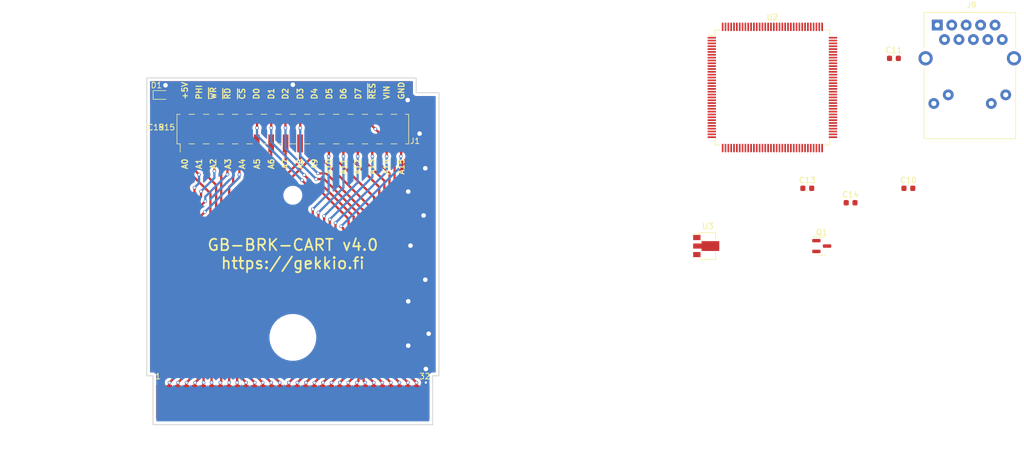
<source format=kicad_pcb>
(kicad_pcb (version 20211014) (generator pcbnew)
  (title_block (title "GB-BRK-CART") (rev "v4.0") (company "https://gekkio.fi"))
  (layers (0 "F.Cu" signal) (31 "B.Cu" signal) (34 "B.Paste" user) (35 "F.Paste" user) (36 "B.SilkS" user "B.Silkscreen") (37 "F.SilkS" user "F.Silkscreen") (38 "B.Mask" user) (39 "F.Mask" user) (44 "Edge.Cuts" user))
  (net 0 "")
  (net 1 "+5V")
  (net 2 "Net-(C10-Pad1)")
  (net 3 "Net-(D1-Pad2)")
  (net 4 "/A0")
  (net 5 "/PHI")
  (net 6 "/A1")
  (net 7 "/A2")
  (net 8 "/A3")
  (net 9 "/A4")
  (net 10 "/D0")
  (net 11 "/A5")
  (net 12 "/D1")
  (net 13 "/A6")
  (net 14 "/D2")
  (net 15 "/A7")
  (net 16 "/D3")
  (net 17 "/A8")
  (net 18 "/D4")
  (net 19 "/A9")
  (net 20 "/D5")
  (net 21 "/A10")
  (net 22 "/D6")
  (net 23 "/A11")
  (net 24 "/D7")
  (net 25 "/A12")
  (net 26 "/A13")
  (net 27 "VSSA")
  (net 28 "/A14")
  (net 29 "/A15")
  (net 30 "/~{RES}")
  (net 31 "/~{CS}")
  (net 32 "/~{RD}")
  (net 33 "/~{WR}")
  (net 34 "Net-(C11-Pad1)")
  (net 35 "3.3V")
  (net 36 "Net-(C14-Pad2)")
  (net 37 "VIN")
  (net 53 "SD-ON")
  (net 59 "VBAT")
  (net 63 "GB-D0")
  (net 64 "GB-D1")
  (net 65 "GB-D2")
  (net 66 "GB-D3")
  (net 67 "GB-D4")
  (net 68 "GB-D5")
  (net 69 "VDD")
  (net 82 "VDDA")
  (net 98 "GB-D6")
  (net 99 "GB-D7")
  (net 104 "GB-A4")
  (net 105 "GB-A5")
  (net 106 "GB-A6")
  (net 107 "GB-A7")
  (net 108 "GB-A8")
  (net 109 "GB-A9")
  (net 110 "GB-A10")
  (net 111 "GB-A11")
  (net 112 "GB-A12")
  (net 119 "GB-A13")
  (net 120 "GB-A14")
  (net 121 "GB-A15")
  (net 122 "PD11")
  (net 125 "GB-A0")
  (net 126 "GB-A1")
  (net 136 "SD-D0")
  (net 137 "SD-D1")
  (net 140 "USB_ID")
  (net 141 "USB_DM")
  (net 142 "USB_DP")
  (net 146 "SD-D2")
  (net 147 "SD-D3")
  (net 148 "SD-CK")
  (net 149 "GB-A2")
  (net 150 "GB-A3")
  (net 151 "SD-CMD")
  (footprint "Gekkio_MountingHole:MountingHole_7.2mm" (layer "F.Cu") (at 100 84.65)
    (fp_text reference "MK1" hide)
    (fp_text value "DNF" hide)
  )
  (footprint "Gekkio_MountingHole:MountingHole_2.3mm" (layer "F.Cu") (at 100 59.65)
    (fp_text reference "MK2" hide)
    (fp_text value "DNF" hide)
  )
  (footprint "Connector_PinHeader_2.54mm:PinHeader_2x16_P2.54mm_Vertical_SMD" (layer "F.Cu") (at 100 48 90)
    (fp_text reference "J1")
    (fp_text value "Conn_02x16_Odd_Even" hide)
  )
  (footprint "Resistor_SMD:R_0603_1608Metric" (layer "F.Cu") (at 77.8 45.2 90)
    (fp_text reference "R15")
    (fp_text value "3.3k")
  )
  (footprint "Gekkio_Connector_PCBEdge:GameBoy_Cartridge_1x32_P1.50mm_Edge" (layer "F.Cu") (at 100 96)
    (fp_text reference "J2" hide)
    (fp_text value "DNF" hide)
  )
  (footprint "Capacitor_SMD:C_0603_1608Metric" (layer "F.Cu") (at 75.9 45.2 90)
    (fp_text reference "C15")
    (fp_text value "0.1uF")
  )
  (footprint "LED_SMD:LED_0603_1608Metric" (layer "F.Cu") (at 76.9 42)
    (fp_text reference "D1")
    (fp_text value "LED_R")
  )
  (footprint "Capacitor_SMD:C_0603_1608Metric" (layer "F.Cu") (at 198.12 60.96)
    (fp_text reference "C14")
    (fp_text value "0.1uF")
  )
  (footprint "Package_TO_SOT_SMD:SOT-23" (layer "F.Cu") (at 193.04 68.58)
    (fp_text reference "Q1")
    (fp_text value "AO3401A")
  )
  (footprint "Capacitor_SMD:C_0603_1608Metric" (layer "F.Cu") (at 190.5 58.42)
    (fp_text reference "C13")
    (fp_text value "100nF")
  )
  (footprint "Connector_RJ:RJ45_UDE_RB1-125B8G1A" (layer "F.Cu") (at 213.37 29.71)
    (fp_text reference "J9")
    (fp_text value "RB1-125B8G1A")
  )
  (footprint "Capacitor_SMD:C_0603_1608Metric" (layer "F.Cu") (at 205.74 35.56)
    (fp_text reference "C11")
    (fp_text value "2.2uF")
  )
  (footprint "Capacitor_SMD:C_0603_1608Metric" (layer "F.Cu") (at 208.28 58.42)
    (fp_text reference "C10")
    (fp_text value "2.2uF")
  )
  (footprint "Package_TO_SOT_SMD:SOT-89-3" (layer "F.Cu") (at 172.72 68.58)
    (fp_text reference "U3")
    (fp_text value "HT75xx-1-SOT89")
  )
  (footprint "Package_QFP:LQFP-144_20x20mm_P0.5mm" (layer "F.Cu") (at 184.36 40.68)
    (fp_text reference "U2")
    (fp_text value "STM32F407ZGTx")
  )
  (gr_line (start 74.3 91.4) (end 74.3 39) (layer "Edge.Cuts") (width 0.15))
  (gr_line (start 125.7 91.4) (end 125.7 41.6) (layer "Edge.Cuts") (width 0.15))
  (gr_line (start 74.3 39) (end 121.7 39) (layer "Edge.Cuts") (width 0.15))
  (gr_line (start 75.4 100) (end 124.6 100) (layer "Edge.Cuts") (width 0.15))
  (gr_line (start 124.6 100) (end 124.6 91.4) (layer "Edge.Cuts") (width 0.15))
  (gr_line (start 121.7 39) (end 121.7 41.6) (layer "Edge.Cuts") (width 0.15))
  (gr_line (start 124.6 91.4) (end 125.7 91.4) (layer "Edge.Cuts") (width 0.15))
  (gr_line (start 125.7 41.6) (end 121.7 41.6) (layer "Edge.Cuts") (width 0.15))
  (gr_line (start 75.4 91.4) (end 74.3 91.4) (layer "Edge.Cuts") (width 0.15))
  (gr_line (start 75.4 100) (end 75.4 91.4) (layer "Edge.Cuts") (width 0.15))
  (gr_text "~{RD}" (at 88.5 42.9 90) (layer "F.SilkS") (effects (font (size 1 1) (thickness 0.2)) (justify left)))
  (gr_text "~{CS}" (at 91.1 42.9 90) (layer "F.SilkS") (effects (font (size 1 1) (thickness 0.2)) (justify left)))
  (gr_text "D0" (at 93.6 42.9 90) (layer "F.SilkS") (effects (font (size 1 1) (thickness 0.2)) (justify left)))
  (gr_text "D1" (at 96.2 42.9 90) (layer "F.SilkS") (effects (font (size 1 1) (thickness 0.2)) (justify left)))
  (gr_text "D2" (at 98.7 42.9 90) (layer "F.SilkS") (effects (font (size 1 1) (thickness 0.2)) (justify left)))
  (gr_text "D3" (at 101.3 42.9 90) (layer "F.SilkS") (effects (font (size 1 1) (thickness 0.2)) (justify left)))
  (gr_text "D4" (at 103.8 42.9 90) (layer "F.SilkS") (effects (font (size 1 1) (thickness 0.2)) (justify left)))
  (gr_text "D5" (at 106.4 42.9 90) (layer "F.SilkS") (effects (font (size 1 1) (thickness 0.2)) (justify left)))
  (gr_text "D6" (at 108.9 42.9 90) (layer "F.SilkS") (effects (font (size 1 1) (thickness 0.2)) (justify left)))
  (gr_text "D7" (at 111.5 42.9 90) (layer "F.SilkS") (effects (font (size 1 1) (thickness 0.2)) (justify left)))
  (gr_text "~{RES}" (at 114 42.9 90) (layer "F.SilkS") (effects (font (size 1 1) (thickness 0.2)) (justify left)))
  (gr_text "VIN" (at 116.5 42.9 90) (layer "F.SilkS") (effects (font (size 1 1) (thickness 0.2)) (justify left)))
  (gr_text "GB-BRK-CART v4.0\nhttps://gekkio.fi" (at 100 70) (layer "F.SilkS") (effects (font (size 2 2) (thickness 0.3))))
  (gr_text "GND" (at 119.1 42.9 90) (layer "F.SilkS") (effects (font (size 1 1) (thickness 0.2)) (justify left)))
  (gr_text "A8" (at 101.3 53.1 90) (layer "F.SilkS") (effects (font (size 1 1) (thickness 0.2)) (justify right)))
  (gr_text "A6" (at 96.2 53.1 90) (layer "F.SilkS") (effects (font (size 1 1) (thickness 0.2)) (justify right)))
  (gr_text "A12" (at 111.4 53.1 90) (layer "F.SilkS") (effects (font (size 1 1) (thickness 0.2)) (justify right)))
  (gr_text "+5V" (at 81 42.9 90) (layer "F.SilkS") (effects (font (size 1 1) (thickness 0.2)) (justify left)))
  (gr_text "A13" (at 114 53.1 90) (layer "F.SilkS") (effects (font (size 1 1) (thickness 0.2)) (justify right)))
  (gr_text "A10" (at 106.3 53.1 90) (layer "F.SilkS") (effects (font (size 1 1) (thickness 0.2)) (justify right)))
  (gr_text "A14" (at 116.5 53.1 90) (layer "F.SilkS") (effects (font (size 1 1) (thickness 0.2)) (justify right)))
  (gr_text "~{WR}" (at 86 42.9 90) (layer "F.SilkS") (effects (font (size 1 1) (thickness 0.2)) (justify left)))
  (gr_text "A9" (at 103.8 53.1 90) (layer "F.SilkS") (effects (font (size 1 1) (thickness 0.2)) (justify right)))
  (gr_text "A2" (at 86 53.1 90) (layer "F.SilkS") (effects (font (size 1 1) (thickness 0.2)) (justify right)))
  (gr_text "A11" (at 108.9 53.1 90) (layer "F.SilkS") (effects (font (size 1 1) (thickness 0.2)) (justify right)))
  (gr_text "A0" (at 81 53.1 90) (layer "F.SilkS") (effects (font (size 1 1) (thickness 0.2)) (justify right)))
  (gr_text "A7" (at 98.7 53.1 90) (layer "F.SilkS") (effects (font (size 1 1) (thickness 0.2)) (justify right)))
  (gr_text "A4" (at 91.1 53.1 90) (layer "F.SilkS") (effects (font (size 1 1) (thickness 0.2)) (justify right)))
  (gr_text "A1" (at 83.5 53.1 90) (layer "F.SilkS") (effects (font (size 1 1) (thickness 0.2)) (justify right)))
  (gr_text "PHI" (at 83.5 42.9 90) (layer "F.SilkS") (effects (font (size 1 1) (thickness 0.2)) (justify left)))
  (gr_text "A15" (at 119.1 53.1 90) (layer "F.SilkS") (effects (font (size 1 1) (thickness 0.2)) (justify right)))
  (gr_text "A3" (at 88.6 53.1 90) (layer "F.SilkS") (effects (font (size 1 1) (thickness 0.2)) (justify right)))
  (gr_text "A5" (at 93.7 53.1 90) (layer "F.SilkS") (effects (font (size 1 1) (thickness 0.2)) (justify right)))
  (segment (start 77.7 44.3) (end 77.8 44.4) (width 0.4) (layer "F.Cu") (net 3))
  (segment (start 77.8 42.1) (end 77.7 42) (width 0.4) (layer "F.Cu") (net 3))
  (segment (start 77.7 42) (end 77.7 44.3) (width 0.4) (layer "F.Cu") (net 3))
  (segment (start 85.500001 59.332003) (end 80.95 54.782002) (width 0.4) (layer "F.Cu") (net 4))
  (segment (start 84.25 95.75) (end 84.25 92.65) (width 0.4) (layer "F.Cu") (net 4))
  (segment (start 80.95 54.782002) (end 80.95 50.525) (width 0.4) (layer "F.Cu") (net 4))
  (segment (start 85.500001 62.931997) (end 85.500001 59.332003) (width 0.4) (layer "F.Cu") (net 4))
  (segment (start 84.3 92.6) (end 84.3 64.131998) (width 0.4) (layer "F.Cu") (net 4))
  (segment (start 84.25 92.65) (end 84.3 92.6) (width 0.4) (layer "F.Cu") (net 4))
  (segment (start 84.3 64.131998) (end 85.500001 62.931997) (width 0.4) (layer "F.Cu") (net 4))
  (via (at 84.3 92.6) (size 0.6) (drill 0.4) (layers "F.Cu" "B.Cu") (net 4))
  (segment (start 82.2 48.74) (end 83.49 47.45) (width 0.4) (layer "F.Cu") (net 5))
  (segment (start 83.49 47.45) (end 83.49 45.475) (width 0.4) (layer "F.Cu") (net 5))
  (segment (start 80.3 62.328004) (end 82.7 59.928004) (width 0.4) (layer "F.Cu") (net 5))
  (segment (start 82.2 54.7) (end 82.2 48.74) (width 0.4) (layer "F.Cu") (net 5))
  (segment (start 80.3 90.6) (end 80.3 62.328004) (width 0.4) (layer "F.Cu") (net 5))
  (segment (start 78.3 92.6) (end 80.3 90.6) (width 0.4) (layer "F.Cu") (net 5))
  (segment (start 78.25 95.75) (end 78.25 92.65) (width 0.4) (layer "F.Cu") (net 5))
  (segment (start 82.7 59.928004) (end 82.7 58.3) (width 0.4) (layer "F.Cu") (net 5))
  (segment (start 78.25 92.65) (end 78.3 92.6) (width 0.4) (layer "F.Cu") (net 5))
  (segment (start 83.49 55.99) (end 83.5 56) (width 0.4) (layer "F.Cu") (net 5))
  (segment (start 83.5 56) (end 82.2 54.7) (width 0.4) (layer "F.Cu") (net 5))
  (via (at 82.7 58.3) (size 0.6) (drill 0.4) (layers "F.Cu" "B.Cu") (net 5))
  (via (at 83.5 56) (size 0.6) (drill 0.4) (layers "F.Cu" "B.Cu") (net 5))
  (via (at 78.3 92.6) (size 0.6) (drill 0.4) (layers "F.Cu" "B.Cu") (net 5))
  (segment (start 83.5 56) (end 83.5 57.5) (width 0.4) (layer "B.Cu") (net 5))
  (segment (start 83.5 57.5) (end 82.7 58.3) (width 0.4) (layer "B.Cu") (net 5))
  (segment (start 83.49 52.5) (end 83.49 50.525) (width 0.4) (layer "F.Cu") (net 6))
  (segment (start 85.7 92.6) (end 85.7 63.863382) (width 0.4) (layer "F.Cu") (net 6))
  (segment (start 86.5 57.832002) (end 84.400001 55.732003) (width 0.4) (layer "F.Cu") (net 6))
  (segment (start 85.7 63.863382) (end 86.5 63.063382) (width 0.4) (layer "F.Cu") (net 6))
  (segment (start 85.75 95.75) (end 85.75 92.65) (width 0.4) (layer "F.Cu") (net 6))
  (segment (start 84.400001 53.410001) (end 83.49 52.5) (width 0.4) (layer "F.Cu") (net 6))
  (segment (start 84.400001 55.732003) (end 84.400001 53.410001) (width 0.4) (layer "F.Cu") (net 6))
  (segment (start 86.5 63.063382) (end 86.5 57.832002) (width 0.4) (layer "F.Cu") (net 6))
  (segment (start 85.75 92.65) (end 85.7 92.6) (width 0.4) (layer "F.Cu") (net 6))
  (via (at 85.7 92.6) (size 0.6) (drill 0.4) (layers "F.Cu" "B.Cu") (net 6))
  (segment (start 87.4 54.147232) (end 87.4 92.45) (width 0.4) (layer "F.Cu") (net 7))
  (segment (start 87.4 92.45) (end 87.25 92.6) (width 0.4) (layer "F.Cu") (net 7))
  (segment (start 86.03 52.777232) (end 87.4 54.147232) (width 0.4) (layer "F.Cu") (net 7))
  (segment (start 86.03 50.525) (end 86.03 52.777232) (width 0.4) (layer "F.Cu") (net 7))
  (segment (start 87.25 95.75) (end 87.25 92.6) (width 0.4) (layer "F.Cu") (net 7))
  (via (at 87.25 92.6) (size 0.6) (drill 0.4) (layers "F.Cu" "B.Cu") (net 7))
  (segment (start 89.500001 53.430001) (end 88.57 52.5) (width 0.4) (layer "F.Cu") (net 8))
  (segment (start 88.8 58.2) (end 89.500001 57.499999) (width 0.4) (layer "F.Cu") (net 8))
  (segment (start 88.57 52.5) (end 88.57 50.525) (width 0.4) (layer "F.Cu") (net 8))
  (segment (start 88.75 92.65) (end 88.8 92.6) (width 0.4) (layer "F.Cu") (net 8))
  (segment (start 88.75 95.75) (end 88.75 92.65) (width 0.4) (layer "F.Cu") (net 8))
  (segment (start 88.8 92.6) (end 88.8 58.2) (width 0.4) (layer "F.Cu") (net 8))
  (segment (start 89.500001 57.499999) (end 89.500001 53.430001) (width 0.4) (layer "F.Cu") (net 8))
  (via (at 88.8 92.6) (size 0.6) (drill 0.4) (layers "F.Cu" "B.Cu") (net 8))
  (segment (start 91.11 52.5) (end 91.7 53.09) (width 0.4) (layer "F.Cu") (net 9))
  (segment (start 91.7 56.9) (end 90.2 58.4) (width 0.4) (layer "F.Cu") (net 9))
  (segment (start 91.11 50.525) (end 91.11 52.5) (width 0.4) (layer "F.Cu") (net 9))
  (segment (start 90.25 92.65) (end 90.2 92.6) (width 0.4) (layer "F.Cu") (net 9))
  (segment (start 90.25 95.75) (end 90.25 92.65) (width 0.4) (layer "F.Cu") (net 9))
  (segment (start 91.7 53.09) (end 91.7 56.9) (width 0.4) (layer "F.Cu") (net 9))
  (segment (start 90.2 58.4) (end 90.2 92.6) (width 0.4) (layer "F.Cu") (net 9))
  (via (at 90.2 92.6) (size 0.6) (drill 0.4) (layers "F.Cu" "B.Cu") (net 9))
  (segment (start 93.7 47.8) (end 93.7 45.525) (width 0.4) (layer "F.Cu") (net 10))
  (segment (start 93.7 45.525) (end 93.65 45.475) (width 0.4) (layer "F.Cu") (net 10))
  (segment (start 108.25 92.6) (end 108.25 95.75) (width 0.4) (layer "F.Cu") (net 10))
  (segment (start 103.5 58.9) (end 101.6 57) (width 0.4) (layer "F.Cu") (net 10))
  (segment (start 104.9 58.9) (end 103.5 58.9) (width 0.4) (layer "F.Cu") (net 10))
  (segment (start 109.8 91.05) (end 109.8 63.8) (width 0.4) (layer "F.Cu") (net 10))
  (segment (start 108.25 92.6) (end 109.8 91.05) (width 0.4) (layer "F.Cu") (net 10))
  (segment (start 109.8 63.8) (end 104.9 58.9) (width 0.4) (layer "F.Cu") (net 10))
  (via (at 108.25 92.6) (size 0.6) (drill 0.4) (layers "F.Cu" "B.Cu") (net 10))
  (via (at 93.7 47.8) (size 0.6) (drill 0.4) (layers "F.Cu" "B.Cu") (net 10))
  (via (at 101.6 57) (size 0.6) (drill 0.4) (layers "F.Cu" "B.Cu") (net 10))
  (segment (start 93.7 47.8) (end 93.7 49.1) (width 0.4) (layer "B.Cu") (net 10))
  (segment (start 93.7 49.1) (end 101.6 57) (width 0.4) (layer "B.Cu") (net 10))
  (segment (start 93.65 56.95) (end 91.2 59.4) (width 0.4) (layer "F.Cu") (net 11))
  (segment (start 93.65 50.525) (end 93.65 56.95) (width 0.4) (layer "F.Cu") (net 11))
  (segment (start 91.75 95.75) (end 91.75 92.65) (width 0.4) (layer "F.Cu") (net 11))
  (segment (start 91.2 92) (end 91.8 92.6) (width 0.4) (layer "F.Cu") (net 11))
  (segment (start 91.75 92.65) (end 91.8 92.6) (width 0.4) (layer "F.Cu") (net 11))
  (segment (start 91.2 59.4) (end 91.2 92) (width 0.4) (layer "F.Cu") (net 11))
  (via (at 91.8 92.6) (size 0.6) (drill 0.4) (layers "F.Cu" "B.Cu") (net 11))
  (segment (start 109.75 92.6) (end 110.7 91.65) (width 0.4) (layer "F.Cu") (net 12))
  (segment (start 103.919953 58) (end 102.006139 56.086186) (width 0.4) (layer "F.Cu") (net 12))
  (segment (start 110.7 91.65) (end 110.7 63.400006) (width 0.4) (layer "F.Cu") (net 12))
  (segment (start 96.2 45.485) (end 96.19 45.475) (width 0.4) (layer "F.Cu") (net 12))
  (segment (start 110.7 63.400006) (end 110.7 63.4) (width 0.4) (layer "F.Cu") (net 12))
  (segment (start 96.2 47.8) (end 96.2 45.485) (width 0.4) (layer "F.Cu") (net 12))
  (segment (start 110.7 63.400006) (end 105.299994 58) (width 0.4) (layer "F.Cu") (net 12))
  (segment (start 105.299994 58) (end 103.919953 58) (width 0.4) (layer "F.Cu") (net 12))
  (segment (start 109.75 92.6) (end 109.75 95.75) (width 0.4) (layer "F.Cu") (net 12))
  (via (at 96.2 47.8) (size 0.6) (drill 0.4) (layers "F.Cu" "B.Cu") (net 12))
  (via (at 102.006139 56.086186) (size 0.6) (drill 0.4) (layers "F.Cu" "B.Cu") (net 12))
  (via (at 109.75 92.6) (size 0.6) (drill 0.4) (layers "F.Cu" "B.Cu") (net 12))
  (segment (start 96.2 47.8) (end 96.2 50.280047) (width 0.4) (layer "B.Cu") (net 12))
  (segment (start 96.2 50.280047) (end 102.006139 56.086186) (width 0.4) (layer "B.Cu") (net 12))
  (segment (start 93.25 92.65) (end 93.3 92.6) (width 0.4) (layer "F.Cu") (net 13))
  (segment (start 93.3 92.6) (end 92.2 91.5) (width 0.4) (layer "F.Cu") (net 13))
  (segment (start 92.2 59.9) (end 96.19 55.91) (width 0.4) (layer "F.Cu") (net 13))
  (segment (start 93.25 95.75) (end 93.25 92.65) (width 0.4) (layer "F.Cu") (net 13))
  (segment (start 92.2 91.5) (end 92.2 59.9) (width 0.4) (layer "F.Cu") (net 13))
  (segment (start 96.19 55.91) (end 96.19 50.525) (width 0.4) (layer "F.Cu") (net 13))
  (via (at 93.3 92.6) (size 0.6) (drill 0.4) (layers "F.Cu" "B.Cu") (net 13))
  (segment (start 111.25 92.6) (end 111.549999 92.300001) (width 0.4) (layer "F.Cu") (net 14))
  (segment (start 105.500014 56.8) (end 104.1 56.8) (width 0.4) (layer "F.Cu") (net 14))
  (segment (start 98.7 47.8) (end 98.7 45.505) (width 0.4) (layer "F.Cu") (net 14))
  (segment (start 98.7 45.505) (end 98.73 45.475) (width 0.4) (layer "F.Cu") (net 14))
  (segment (start 111.549999 62.849985) (end 105.500014 56.8) (width 0.4) (layer "F.Cu") (net 14))
  (segment (start 111.25 92.6) (end 111.25 95.75) (width 0.4) (layer "F.Cu") (net 14))
  (segment (start 111.549999 92.300001) (end 111.549999 62.849985) (width 0.4) (layer "F.Cu") (net 14))
  (via (at 98.7 47.8) (size 0.6) (drill 0.4) (layers "F.Cu" "B.Cu") (net 14))
  (via (at 104.1 56.8) (size 0.6) (drill 0.4) (layers "F.Cu" "B.Cu") (net 14))
  (via (at 111.25 92.6) (size 0.6) (drill 0.4) (layers "F.Cu" "B.Cu") (net 14))
  (segment (start 98.7 51.4) (end 104.1 56.8) (width 0.4) (layer "B.Cu") (net 14))
  (segment (start 98.7 47.8) (end 98.7 51.4) (width 0.4) (layer "B.Cu") (net 14))
  (segment (start 93.2 91.1) (end 94.7 92.6) (width 0.4) (layer "F.Cu") (net 15))
  (segment (start 98.73 50.525) (end 98.73 54.77) (width 0.4) (layer "F.Cu") (net 15))
  (segment (start 93.2 60.3) (end 93.2 91.1) (width 0.4) (layer "F.Cu") (net 15))
  (segment (start 94.75 95.75) (end 94.75 92.65) (width 0.4) (layer "F.Cu") (net 15))
  (segment (start 98.73 54.77) (end 93.2 60.3) (width 0.4) (layer "F.Cu") (net 15))
  (segment (start 94.75 92.65) (end 94.7 92.6) (width 0.4) (layer "F.Cu") (net 15))
  (via (at 94.7 92.6) (size 0.6) (drill 0.4) (layers "F.Cu" "B.Cu") (net 15))
  (segment (start 105.899996 55.8) (end 104.4 55.8) (width 0.4) (layer "F.Cu") (net 16))
  (segment (start 101.3 47.8) (end 101.3 45.505) (width 0.4) (layer "F.Cu") (net 16))
  (segment (start 112.75 92.6) (end 112.75 95.75) (width 0.4) (layer "F.Cu") (net 16))
  (segment (start 112.450001 92.300001) (end 112.450001 62.350005) (width 0.4) (layer "F.Cu") (net 16))
  (segment (start 101.3 45.505) (end 101.27 45.475) (width 0.4) (layer "F.Cu") (net 16))
  (segment (start 112.450001 62.350005) (end 105.899996 55.8) (width 0.4) (layer "F.Cu") (net 16))
  (segment (start 112.75 92.6) (end 112.450001 92.300001) (width 0.4) (layer "F.Cu") (net 16))
  (via (at 112.75 92.6) (size 0.6) (drill 0.4) (layers "F.Cu" "B.Cu") (net 16))
  (via (at 104.4 55.8) (size 0.6) (drill 0.4) (layers "F.Cu" "B.Cu") (net 16))
  (via (at 101.3 47.8) (size 0.6) (drill 0.4) (layers "F.Cu" "B.Cu") (net 16))
  (segment (start 101.3 47.8) (end 101.3 52.7) (width 0.4) (layer "B.Cu") (net 16))
  (segment (start 101.3 52.7) (end 104.4 55.8) (width 0.4) (layer "B.Cu") (net 16))
  (segment (start 96.25 92.65) (end 96.2 92.6) (width 0.4) (layer "F.Cu") (net 17))
  (segment (start 96.25 95.75) (end 96.25 92.65) (width 0.4) (layer "F.Cu") (net 17))
  (segment (start 101.27 50.525) (end 101.27 53.63) (width 0.4) (layer "F.Cu") (net 17))
  (segment (start 94.2 90.6) (end 96.2 92.6) (width 0.4) (layer "F.Cu") (net 17))
  (segment (start 94.2 60.7) (end 94.2 90.6) (width 0.4) (layer "F.Cu") (net 17))
  (segment (start 101.27 53.63) (end 94.2 60.7) (width 0.4) (layer "F.Cu") (net 17))
  (via (at 96.2 92.6) (size 0.6) (drill 0.4) (layers "F.Cu" "B.Cu") (net 17))
  (segment (start 113.4 61.5) (end 105.1 53.2) (width 0.4) (layer "F.Cu") (net 18))
  (segment (start 105.1 48.74) (end 103.81 47.45) (width 0.4) (layer "F.Cu") (net 18))
  (segment (start 114.25 92.6) (end 114.25 95.75) (width 0.4) (layer "F.Cu") (net 18))
  (segment (start 114.25 92.6) (end 113.4 91.75) (width 0.4) (layer "F.Cu") (net 18))
  (segment (start 103.81 47.45) (end 103.81 45.475) (width 0.4) (layer "F.Cu") (net 18))
  (segment (start 113.4 91.75) (end 113.4 61.5) (width 0.4) (layer "F.Cu") (net 18))
  (segment (start 105.1 53.2) (end 105.1 48.74) (width 0.4) (layer "F.Cu") (net 18))
  (via (at 114.25 92.6) (size 0.6) (drill 0.4) (layers "F.Cu" "B.Cu") (net 18))
  (segment (start 97.75 92.65) (end 97.7 92.6) (width 0.4) (layer "F.Cu") (net 19))
  (segment (start 95.2 61.11) (end 95.2 90.1) (width 0.4) (layer "F.Cu") (net 19))
  (segment (start 97.75 95.75) (end 97.75 92.65) (width 0.4) (layer "F.Cu") (net 19))
  (segment (start 95.2 90.1) (end 97.7 92.6) (width 0.4) (layer "F.Cu") (net 19))
  (segment (start 103.81 52.5) (end 95.2 61.11) (width 0.4) (layer "F.Cu") (net 19))
  (segment (start 103.81 50.525) (end 103.81 52.5) (width 0.4) (layer "F.Cu") (net 19))
  (via (at 97.7 92.6) (size 0.6) (drill 0.4) (layers "F.Cu" "B.Cu") (net 19))
  (segment (start 107.450001 53.150001) (end 107.450001 48.550001) (width 0.4) (layer "F.Cu") (net 20))
  (segment (start 114.3 60) (end 107.450001 53.150001) (width 0.4) (layer "F.Cu") (net 20))
  (segment (start 107.450001 48.550001) (end 106.35 47.45) (width 0.4) (layer "F.Cu") (net 20))
  (segment (start 115.75 92.6) (end 114.3 91.15) (width 0.4) (layer "F.Cu") (net 20))
  (segment (start 106.35 47.45) (end 106.35 45.475) (width 0.4) (layer "F.Cu") (net 20))
  (segment (start 115.75 92.6) (end 115.75 95.75) (width 0.4) (layer "F.Cu") (net 20))
  (segment (start 114.3 91.15) (end 114.3 60) (width 0.4) (layer "F.Cu") (net 20))
  (via (at 115.75 92.6) (size 0.6) (drill 0.4) (layers "F.Cu" "B.Cu") (net 20))
  (segment (start 103.5 66.5) (end 103.5 62.1) (width 0.4) (layer "F.Cu") (net 21))
  (segment (start 106.35 50.525) (end 106.35 52.75) (width 0.4) (layer "F.Cu") (net 21))
  (segment (start 99.25 95.75) (end 99.25 92.65) (width 0.4) (layer "F.Cu") (net 21))
  (segment (start 106.35 52.75) (end 106.3 52.8) (width 0.4) (layer "F.Cu") (net 21))
  (segment (start 104.4 87.5) (end 104.4 67.4) (width 0.4) (layer "F.Cu") (net 21))
  (segment (start 104.4 67.4) (end 103.5 66.5) (width 0.4) (layer "F.Cu") (net 21))
  (segment (start 99.25 92.65) (end 99.3 92.6) (width 0.4) (layer "F.Cu") (net 21))
  (segment (start 99.3 92.6) (end 104.4 87.5) (width 0.4) (layer "F.Cu") (net 21))
  (via (at 103.5 62.1) (size 0.6) (drill 0.4) (layers "F.Cu" "B.Cu") (net 21))
  (via (at 106.3 52.8) (size 0.6) (drill 0.4) (layers "F.Cu" "B.Cu") (net 21))
  (via (at 99.3 92.6) (size 0.6) (drill 0.4) (layers "F.Cu" "B.Cu") (net 21))
  (segment (start 106.3 59.3) (end 103.5 62.1) (width 0.4) (layer "B.Cu") (net 21))
  (segment (start 106.3 52.8) (end 106.3 59.3) (width 0.4) (layer "B.Cu") (net 21))
  (segment (start 117.25 92.6) (end 117.25 95.75) (width 0.4) (layer "F.Cu") (net 22))
  (segment (start 109.990001 52.990001) (end 109.990001 48.550001) (width 0.4) (layer "F.Cu") (net 22))
  (segment (start 109.990001 48.550001) (end 108.89 47.45) (width 0.4) (layer "F.Cu") (net 22))
  (segment (start 108.89 47.45) (end 108.89 45.475) (width 0.4) (layer "F.Cu") (net 22))
  (segment (start 115.2 58.2) (end 109.990001 52.990001) (width 0.4) (layer "F.Cu") (net 22))
  (segment (start 115.2 90.55) (end 115.2 58.2) (width 0.4) (layer "F.Cu") (net 22))
  (segment (start 117.25 92.6) (end 115.2 90.55) (width 0.4) (layer "F.Cu") (net 22))
  (via (at 117.25 92.6) (size 0.6) (drill 0.4) (layers "F.Cu" "B.Cu") (net 22))
  (segment (start 100.75 95.75) (end 100.75 92.65) (width 0.4) (layer "F.Cu") (net 23))
  (segment (start 108.89 52.79) (end 108.9 52.8) (width 0.4) (layer "F.Cu") (net 23))
  (segment (start 100.8 92.6) (end 105.3 88.1) (width 0.4) (layer "F.Cu") (net 23))
  (segment (start 108.89 50.525) (end 108.89 52.79) (width 0.4) (layer "F.Cu") (net 23))
  (segment (start 104.499994 66.299994) (end 104.499994 62.7) (width 0.4) (layer "F.Cu") (net 23))
  (segment (start 105.3 67.1) (end 104.499994 66.299994) (width 0.4) (layer "F.Cu") (net 23))
  (segment (start 105.3 88.1) (end 105.3 67.1) (width 0.4) (layer "F.Cu") (net 23))
  (segment (start 100.75 92.65) (end 100.8 92.6) (width 0.4) (layer "F.Cu") (net 23))
  (via (at 108.9 52.8) (size 0.6) (drill 0.4) (layers "F.Cu" "B.Cu") (net 23))
  (via (at 104.499994 62.7) (size 0.6) (drill 0.4) (layers "F.Cu" "B.Cu") (net 23))
  (via (at 100.8 92.6) (size 0.6) (drill 0.4) (layers "F.Cu" "B.Cu") (net 23))
  (segment (start 108.9 58.299994) (end 104.499994 62.7) (width 0.4) (layer "B.Cu") (net 23))
  (segment (start 108.9 52.8) (end 108.9 58.299994) (width 0.4) (layer "B.Cu") (net 23))
  (segment (start 112.7 48.72) (end 111.43 47.45) (width 0.4) (layer "F.Cu") (net 24))
  (segment (start 116.1 57.1) (end 112.7 53.7) (width 0.4) (layer "F.Cu") (net 24))
  (segment (start 112.7 53.7) (end 112.7 48.72) (width 0.4) (layer "F.Cu") (net 24))
  (segment (start 111.43 47.45) (end 111.43 45.475) (width 0.4) (layer "F.Cu") (net 24))
  (segment (start 118.75 92.6) (end 116.1 89.95) (width 0.4) (layer "F.Cu") (net 24))
  (segment (start 118.75 92.6) (end 118.75 95.75) (width 0.4) (layer "F.Cu") (net 24))
  (segment (start 116.1 89.95) (end 116.1 57.1) (width 0.4) (layer "F.Cu") (net 24))
  (via (at 118.75 92.6) (size 0.6) (drill 0.4) (layers "F.Cu" "B.Cu") (net 24))
  (segment (start 102.25 95.75) (end 102.25 92.65) (width 0.4) (layer "F.Cu") (net 25))
  (segment (start 105.5 66.1) (end 105.5 63.3) (width 0.4) (layer "F.Cu") (net 25))
  (segment (start 106.2 88.7) (end 106.2 66.8) (width 0.4) (layer "F.Cu") (net 25))
  (segment (start 102.25 92.65) (end 102.3 92.6) (width 0.4) (layer "F.Cu") (net 25))
  (segment (start 111.43 52.77) (end 111.4 52.8) (width 0.4) (layer "F.Cu") (net 25))
  (segment (start 106.2 66.8) (end 105.5 66.1) (width 0.4) (layer "F.Cu") (net 25))
  (segment (start 102.3 92.6) (end 106.2 88.7) (width 0.4) (layer "F.Cu") (net 25))
  (segment (start 111.43 50.525) (end 111.43 52.77) (width 0.4) (layer "F.Cu") (net 25))
  (via (at 102.3 92.6) (size 0.6) (drill 0.4) (layers "F.Cu" "B.Cu") (net 25))
  (via (at 111.4 52.8) (size 0.6) (drill 0.4) (layers "F.Cu" "B.Cu") (net 25))
  (via (at 105.5 63.3) (size 0.6) (drill 0.4) (layers "F.Cu" "B.Cu") (net 25))
  (segment (start 111.4 52.8) (end 111.4 57.4) (width 0.4) (layer "B.Cu") (net 25))
  (segment (start 111.4 57.4) (end 105.5 63.3) (width 0.4) (layer "B.Cu") (net 25))
  (segment (start 113.97 50.525) (end 113.97 52.77) (width 0.4) (layer "F.Cu") (net 26))
  (segment (start 107.1 89.3) (end 107.1 66.5) (width 0.4) (layer "F.Cu") (net 26))
  (segment (start 103.75 95.75) (end 103.75 92.65) (width 0.4) (layer "F.Cu") (net 26))
  (segment (start 103.75 92.65) (end 103.8 92.6) (width 0.4) (layer "F.Cu") (net 26))
  (segment (start 106.499994 65.899994) (end 106.499994 63.9) (width 0.4) (layer "F.Cu") (net 26))
  (segment (start 103.8 92.6) (end 107.1 89.3) (width 0.4) (layer "F.Cu") (net 26))
  (segment (start 113.97 52.77) (end 114 52.8) (width 0.4) (layer "F.Cu") (net 26))
  (segment (start 107.1 66.5) (end 106.499994 65.899994) (width 0.4) (layer "F.Cu") (net 26))
  (via (at 103.8 92.6) (size 0.6) (drill 0.4) (layers "F.Cu" "B.Cu") (net 26))
  (via (at 114 52.8) (size 0.6) (drill 0.4) (layers "F.Cu" "B.Cu") (net 26))
  (via (at 106.499994 63.9) (size 0.6) (drill 0.4) (layers "F.Cu" "B.Cu") (net 26))
  (segment (start 114 52.8) (end 114 56.399994) (width 0.4) (layer "B.Cu") (net 26))
  (segment (start 114 56.399994) (end 106.499994 63.9) (width 0.4) (layer "B.Cu") (net 26))
  (segment (start 119.05 45.23) (end 119.05 46.23) (width 0.4) (layer "F.Cu") (net 27))
  (segment (start 123.9 84) (end 123.9 83.8) (width 0.8) (layer "F.Cu") (net 27))
  (segment (start 123.4 96) (end 123.4 92.6) (width 0.8) (layer "F.Cu") (net 27))
  (segment (start 123.4 92.6) (end 123.4 90.2) (width 0.8) (layer "F.Cu") (net 27))
  (segment (start 123.4 84.5) (end 123.4 89.792894) (width 0.8) (layer "F.Cu") (net 27))
  (segment (start 123.9 84) (end 123.4 84.5) (width 0.8) (layer "F.Cu") (net 27))
  (segment (start 123.4 89.7) (end 123.4 89.792894) (width 0.8) (layer "F.Cu") (net 27))
  (segment (start 123.4 89.792894) (end 123.4 90.2) (width 0.8) (layer "F.Cu") (net 27))
  (via (at 120.3 78.3) (size 1) (drill 0.8) (layers "F.Cu" "B.Cu") (net 27))
  (via (at 123.3 74.5) (size 1) (drill 0.8) (layers "F.Cu" "B.Cu") (net 27))
  (via (at 123 63.2) (size 1) (drill 0.8) (layers "F.Cu" "B.Cu") (net 27))
  (via (at 120.3 59) (size 1) (drill 0.8) (layers "F.Cu" "B.Cu") (net 27))
  (via (at 123.3 54.9) (size 1) (drill 0.8) (layers "F.Cu" "B.Cu") (net 27))
  (via (at 122.3 48.8) (size 1) (drill 0.8) (layers "F.Cu" "B.Cu") (net 27))
  (via (at 120.3 86.1) (size 1) (drill 0.8) (layers "F.Cu" "B.Cu") (net 27))
  (via (at 77.6 40.3) (size 1) (drill 0.8) (layers "F.Cu" "B.Cu") (net 27))
  (via (at 100 40.2) (size 1) (drill 0.8) (layers "F.Cu" "B.Cu") (net 27))
  (via (at 120.2 42.9) (size 1) (drill 0.8) (layers "F.Cu" "B.Cu") (net 27))
  (via (at 123.9 84) (size 1) (drill 0.8) (layers "F.Cu" "B.Cu") (net 27))
  (via (at 123.4 90.2) (size 1) (drill 0.8) (layers "F.Cu" "B.Cu") (net 27))
  (via (at 123.4 92.6) (size 0.6) (drill 0.4) (layers "F.Cu" "B.Cu") (net 27))
  (via (at 120.7 68.5) (size 1) (drill 0.8) (layers "F.Cu" "B.Cu") (net 27))
  (segment (start 105.25 95.75) (end 105.25 92.65) (width 0.4) (layer "F.Cu") (net 28))
  (segment (start 107.5 65.7) (end 107.507115 65.692885) (width 0.4) (layer "F.Cu") (net 28))
  (segment (start 108 89.9) (end 108 66.2) (width 0.4) (layer "F.Cu") (net 28))
  (segment (start 116.51 52.79) (end 116.5 52.8) (width 0.4) (layer "F.Cu") (net 28))
  (segment (start 116.51 50.525) (end 116.51 52.79) (width 0.4) (layer "F.Cu") (net 28))
  (segment (start 107.507115 65.692885) (end 107.507115 64.507115) (width 0.4) (layer "F.Cu") (net 28))
  (segment (start 108 66.2) (end 107.5 65.7) (width 0.4) (layer "F.Cu") (net 28))
  (segment (start 105.3 92.6) (end 108 89.9) (width 0.4) (layer "F.Cu") (net 28))
  (segment (start 105.25 92.65) (end 105.3 92.6) (width 0.4) (layer "F.Cu") (net 28))
  (via (at 105.3 92.6) (size 0.6) (drill 0.4) (layers "F.Cu" "B.Cu") (net 28))
  (via (at 116.5 52.8) (size 0.6) (drill 0.4) (layers "F.Cu" "B.Cu") (net 28))
  (via (at 107.507115 64.507115) (size 0.6) (drill 0.4) (layers "F.Cu" "B.Cu") (net 28))
  (segment (start 116.5 55.51423) (end 107.507115 64.507115) (width 0.4) (layer "B.Cu") (net 28))
  (segment (start 116.5 52.8) (end 116.5 55.51423) (width 0.4) (layer "B.Cu") (net 28))
  (segment (start 106.8 92.6) (end 108.9 90.5) (width 0.4) (layer "F.Cu") (net 29))
  (segment (start 108.9 65.5) (end 108.5 65.1) (width 0.4) (layer "F.Cu") (net 29))
  (segment (start 119.05 52.75) (end 119 52.8) (width 0.4) (layer "F.Cu") (net 29))
  (segment (start 106.75 95.75) (end 106.75 92.65) (width 0.4) (layer "F.Cu") (net 29))
  (segment (start 108.9 90.5) (end 108.9 65.5) (width 0.4) (layer "F.Cu") (net 29))
  (segment (start 119.05 50.525) (end 119.05 52.75) (width 0.4) (layer "F.Cu") (net 29))
  (segment (start 106.75 92.65) (end 106.8 92.6) (width 0.4) (layer "F.Cu") (net 29))
  (via (at 119 52.8) (size 0.6) (drill 0.4) (layers "F.Cu" "B.Cu") (net 29))
  (via (at 108.5 65.1) (size 0.6) (drill 0.4) (layers "F.Cu" "B.Cu") (net 29))
  (via (at 106.8 92.6) (size 0.6) (drill 0.4) (layers "F.Cu" "B.Cu") (net 29))
  (segment (start 108.5 65.1) (end 119 54.6) (width 0.4) (layer "B.Cu") (net 29))
  (segment (start 119 54.6) (end 119 52.8) (width 0.4) (layer "B.Cu") (net 29))
  (segment (start 120.25 92.6) (end 120.25 95.75) (width 0.4) (layer "F.Cu") (net 30))
  (segment (start 120.25 92.6) (end 117 89.35) (width 0.4) (layer "F.Cu") (net 30))
  (segment (start 113.97 47.45) (end 113.97 45.475) (width 0.4) (layer "F.Cu") (net 30))
  (segment (start 115.3 54.1) (end 115.3 48.78) (width 0.4) (layer "F.Cu") (net 30))
  (segment (start 114.52 48) (end 113.97 47.45) (width 0.4) (layer "F.Cu") (net 30))
  (segment (start 117 89.35) (end 117 55.8) (width 0.4) (layer "F.Cu") (net 30))
  (segment (start 117 55.8) (end 115.3 54.1) (width 0.4) (layer "F.Cu") (net 30))
  (segment (start 115.3 48.78) (end 114.52 48) (width 0.4) (layer "F.Cu") (net 30))
  (via (at 114.52 48) (size 0.6) (drill 0.4) (layers "F.Cu" "B.Cu") (net 30))
  (via (at 120.25 92.6) (size 0.6) (drill 0.4) (layers "F.Cu" "B.Cu") (net 30))
  (segment (start 89.8 52.598616) (end 90.6 53.398616) (width 0.4) (layer "F.Cu") (net 31))
  (segment (start 91.11 47.45) (end 89.8 48.76) (width 0.4) (layer "F.Cu") (net 31))
  (segment (start 89.8 48.76) (end 89.8 52.598616) (width 0.4) (layer "F.Cu") (net 31))
  (segment (start 91.11 45.475) (end 91.11 47.45) (width 0.4) (layer "F.Cu") (net 31))
  (segment (start 90.6 53.398616) (end 90.6 56) (width 0.4) (layer "F.Cu") (net 31))
  (segment (start 83.3 92.1) (end 83.3 63.799996) (width 0.4) (layer "F.Cu") (net 31))
  (segment (start 82.75 95.75) (end 82.75 92.65) (width 0.4) (layer "F.Cu") (net 31))
  (segment (start 82.8 92.6) (end 83.3 92.1) (width 0.4) (layer "F.Cu") (net 31))
  (segment (start 83.3 63.799996) (end 84.499996 62.6) (width 0.4) (layer "F.Cu") (net 31))
  (segment (start 82.75 92.65) (end 82.8 92.6) (width 0.4) (layer "F.Cu") (net 31))
  (via (at 90.6 56) (size 0.6) (drill 0.4) (layers "F.Cu" "B.Cu") (net 31))
  (via (at 82.8 92.6) (size 0.6) (drill 0.4) (layers "F.Cu" "B.Cu") (net 31))
  (via (at 84.499996 62.6) (size 0.6) (drill 0.4) (layers "F.Cu" "B.Cu") (net 31))
  (segment (start 84.499996 62.6) (end 90.6 56.499996) (width 0.4) (layer "B.Cu") (net 31))
  (segment (start 90.6 56.499996) (end 90.6 56) (width 0.4) (layer "B.Cu") (net 31))
  (segment (start 84.5 62.6) (end 84.499996 62.6) (width 0.4) (layer "B.Cu") (net 31))
  (segment (start 88.57 47.45) (end 87.2 48.82) (width 0.4) (layer "F.Cu") (net 32))
  (segment (start 87.2 52.815848) (end 88.5 54.115848) (width 0.4) (layer "F.Cu") (net 32))
  (segment (start 88.57 45.475) (end 88.57 47.45) (width 0.4) (layer "F.Cu") (net 32))
  (segment (start 88.54 56) (end 88.5 56) (width 0.4) (layer "F.Cu") (net 32))
  (segment (start 81.3 92.6) (end 82.3 91.6) (width 0.4) (layer "F.Cu") (net 32))
  (segment (start 82.3 91.6) (end 82.3 63) (width 0.4) (layer "F.Cu") (net 32))
  (segment (start 88.5 54.115848) (end 88.5 56) (width 0.4) (layer "F.Cu") (net 32))
  (segment (start 82.3 63) (end 84.6 60.7) (width 0.4) (layer "F.Cu") (net 32))
  (segment (start 88.5 55.9) (end 88.5 56) (width 0.4) (layer "F.Cu") (net 32))
  (segment (start 81.25 92.65) (end 81.3 92.6) (width 0.4) (layer "F.Cu") (net 32))
  (segment (start 87.2 48.82) (end 87.2 52.815848) (width 0.4) (layer "F.Cu") (net 32))
  (segment (start 88.57 55.97) (end 88.54 56) (width 0.4) (layer "F.Cu") (net 32))
  (segment (start 81.25 95.75) (end 81.25 92.65) (width 0.4) (layer "F.Cu") (net 32))
  (via (at 88.5 56) (size 0.6) (drill 0.4) (layers "F.Cu" "B.Cu") (net 32))
  (via (at 84.6 60.7) (size 0.6) (drill 0.4) (layers "F.Cu" "B.Cu") (net 32))
  (via (at 81.3 92.6) (size 0.6) (drill 0.4) (layers "F.Cu" "B.Cu") (net 32))
  (segment (start 84.6 59.9) (end 88.5 56) (width 0.4) (layer "B.Cu") (net 32))
  (segment (start 84.6 60.7) (end 84.6 59.9) (width 0.4) (layer "B.Cu") (net 32))
  (segment (start 79.75 92.65) (end 79.8 92.6) (width 0.4) (layer "F.Cu") (net 33))
  (segment (start 81.10001 91.29999) (end 81.10001 62.659378) (width 0.4) (layer "F.Cu") (net 33))
  (segment (start 79.75 95.75) (end 79.75 92.65) (width 0.4) (layer "F.Cu") (net 33))
  (segment (start 84.7 48.78) (end 86.03 47.45) (width 0.4) (layer "F.Cu") (net 33))
  (segment (start 81.10001 62.659378) (end 83.847602 59.911786) (width 0.4) (layer "F.Cu") (net 33))
  (segment (start 84.7 52.578616) (end 84.7 48.78) (width 0.4) (layer "F.Cu") (net 33))
  (segment (start 83.847602 59.911786) (end 83.847602 58.952398) (width 0.4) (layer "F.Cu") (net 33))
  (segment (start 86.2 55.4) (end 86.2 54.078616) (width 0.4) (layer "F.Cu") (net 33))
  (segment (start 86.2 54.078616) (end 84.7 52.578616) (width 0.4) (layer "F.Cu") (net 33))
  (segment (start 86.03 47.45) (end 86.03 45.475) (width 0.4) (layer "F.Cu") (net 33))
  (segment (start 79.8 92.6) (end 81.10001 91.29999) (width 0.4) (layer "F.Cu") (net 33))
  (via (at 79.8 92.6) (size 0.6) (drill 0.4) (layers "F.Cu" "B.Cu") (net 33))
  (via (at 83.847602 58.952398) (size 0.6) (drill 0.4) (layers "F.Cu" "B.Cu") (net 33))
  (via (at 86.2 55.4) (size 0.6) (drill 0.4) (layers "F.Cu" "B.Cu") (net 33))
  (segment (start 83.847602 58.952398) (end 86.2 56.6) (width 0.4) (layer "B.Cu") (net 33))
  (segment (start 86.2 56.6) (end 86.2 55.4) (width 0.4) (layer "B.Cu") (net 33))
  (segment (start 116.51 47.45) (end 116.51 45.475) (width 0.4) (layer "F.Cu") (net 37))
  (segment (start 117.9 88.75) (end 117.9 48.84) (width 0.4) (layer "F.Cu") (net 37))
  (segment (start 121.75 92.6) (end 117.9 88.75) (width 0.4) (layer "F.Cu") (net 37))
  (segment (start 117.9 48.84) (end 116.51 47.45) (width 0.4) (layer "F.Cu") (net 37))
  (segment (start 121.75 92.6) (end 121.75 95.75) (width 0.4) (layer "F.Cu") (net 37))
  (via (at 121.75 92.6) (size 0.6) (drill 0.4) (layers "F.Cu" "B.Cu") (net 37))
  (zone (net 27) (net_name "VSSA") (layer "F.Cu") (connect_pads (clearance 0.508)) (min_thickness 0.254) (fill yes (thermal_gap 0.508) (thermal_bridge_width 0.508))
    (polygon (pts (xy 124.1 99.1) (xy 122.6 99.1) (xy 122.6 92.9) (xy 118.7 88.9) (xy 118.7 48.8) (xy 117.2 48.8) (xy 117.2 43.4) (xy 83.4 43.4) (xy 83.4 42.1) (xy 76.5 42.1) (xy 76.5 44.5) (xy 74.3 44.5) (xy 74.3 39) (xy 121.7 39) (xy 121.7 41.6) (xy 125.7 41.6) (xy 125.7 91.4) (xy 124.6 91.4) (xy 124.6 99.1)))
  )
  (zone (net 1) (net_name "+5V") (layer "F.Cu") (connect_pads (clearance 0.508)) (min_thickness 0.254) (fill yes (thermal_gap 0.508) (thermal_bridge_width 0.508))
    (polygon (pts (xy 74.3 45.2) (xy 78.7 45.3) (xy 78.7 43.1) (xy 82.4 43.1) (xy 82.4 59.1) (xy 79.4 62.2) (xy 79.4 90.3) (xy 77.3 92.4) (xy 77.3 98.5) (xy 75.9 98.5) (xy 75.4 98.5) (xy 75.4 91.4) (xy 74.3 91.4)))
  )
  (zone (net 27) (net_name "VSSA") (layer "B.Cu") (connect_pads (clearance 0.508)) (min_thickness 0.254) (fill yes (thermal_gap 0.508) (thermal_bridge_width 0.508))
    (polygon (pts (xy 121.7 41.6) (xy 125.7 41.6) (xy 125.7 91.4) (xy 124.6 91.4) (xy 124.6 100) (xy 75.4 100) (xy 75.4 91.4) (xy 74.3 91.4) (xy 74.3 39) (xy 121.7 39)))
  )
)
</source>
